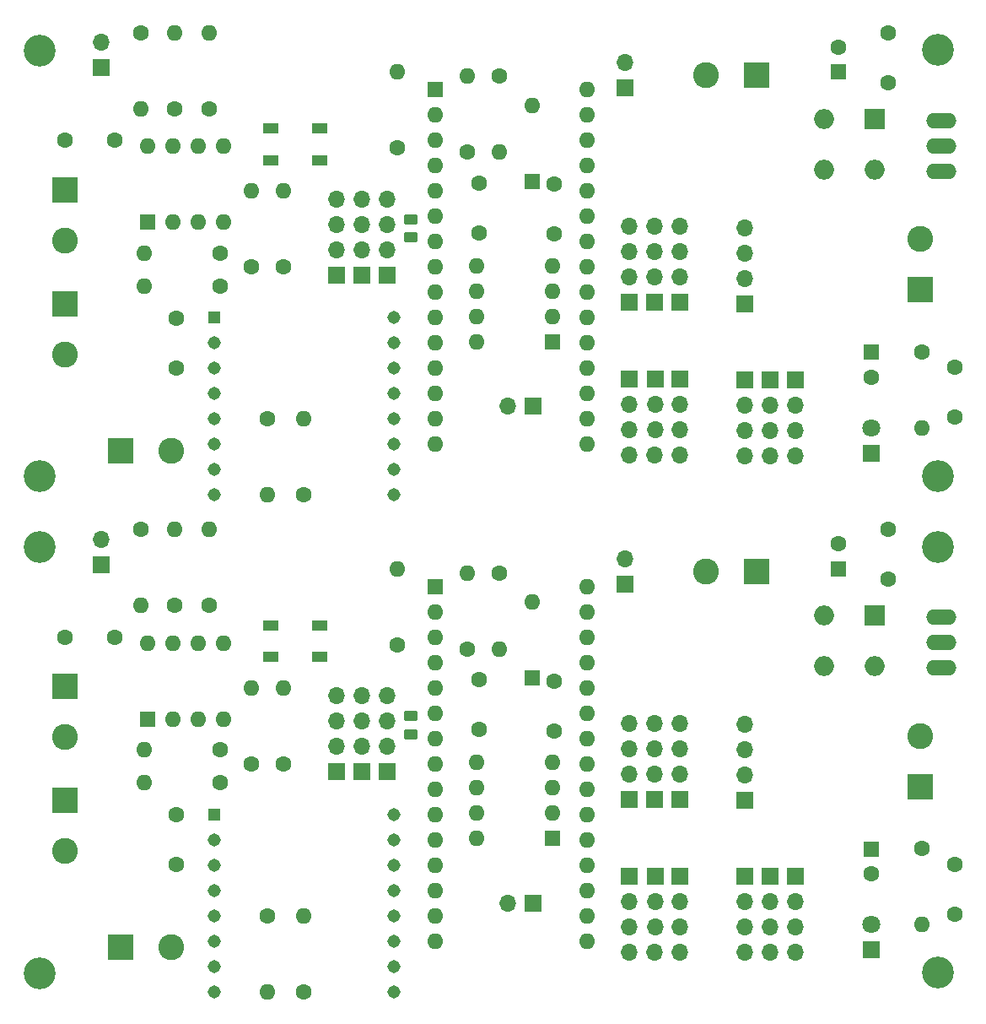
<source format=gbr>
%TF.GenerationSoftware,KiCad,Pcbnew,(6.0.11)*%
%TF.CreationDate,2023-10-15T10:12:36-04:00*%
%TF.ProjectId,MaxDuino_R1.4_Panelized,4d617844-7569-46e6-9f5f-52312e345f50,1.4*%
%TF.SameCoordinates,Original*%
%TF.FileFunction,Soldermask,Top*%
%TF.FilePolarity,Negative*%
%FSLAX46Y46*%
G04 Gerber Fmt 4.6, Leading zero omitted, Abs format (unit mm)*
G04 Created by KiCad (PCBNEW (6.0.11)) date 2023-10-15 10:12:36*
%MOMM*%
%LPD*%
G01*
G04 APERTURE LIST*
G04 Aperture macros list*
%AMRoundRect*
0 Rectangle with rounded corners*
0 $1 Rounding radius*
0 $2 $3 $4 $5 $6 $7 $8 $9 X,Y pos of 4 corners*
0 Add a 4 corners polygon primitive as box body*
4,1,4,$2,$3,$4,$5,$6,$7,$8,$9,$2,$3,0*
0 Add four circle primitives for the rounded corners*
1,1,$1+$1,$2,$3*
1,1,$1+$1,$4,$5*
1,1,$1+$1,$6,$7*
1,1,$1+$1,$8,$9*
0 Add four rect primitives between the rounded corners*
20,1,$1+$1,$2,$3,$4,$5,0*
20,1,$1+$1,$4,$5,$6,$7,0*
20,1,$1+$1,$6,$7,$8,$9,0*
20,1,$1+$1,$8,$9,$2,$3,0*%
G04 Aperture macros list end*
%ADD10R,1.600000X1.600000*%
%ADD11O,1.600000X1.600000*%
%ADD12C,1.600000*%
%ADD13R,1.700000X1.700000*%
%ADD14O,1.700000X1.700000*%
%ADD15C,3.200000*%
%ADD16R,1.800000X1.800000*%
%ADD17C,1.800000*%
%ADD18R,2.600000X2.600000*%
%ADD19C,2.600000*%
%ADD20O,3.048000X1.524000*%
%ADD21R,2.000000X2.000000*%
%ADD22O,2.000000X2.000000*%
%ADD23R,1.500000X1.000000*%
%ADD24RoundRect,0.250000X0.450000X-0.262500X0.450000X0.262500X-0.450000X0.262500X-0.450000X-0.262500X0*%
%ADD25R,1.308000X1.308000*%
%ADD26C,1.308000*%
G04 APERTURE END LIST*
D10*
%TO.C,U2*%
X69861600Y-48225800D03*
D11*
X69861600Y-45685800D03*
X69861600Y-43145800D03*
X69861600Y-40605800D03*
X62241600Y-40605800D03*
X62241600Y-43145800D03*
X62241600Y-45685800D03*
X62241600Y-48225800D03*
%TD*%
D10*
%TO.C,C1*%
X98512800Y-21149400D03*
D12*
X98512800Y-18649400D03*
%TD*%
D13*
%TO.C,J7-2*%
X80124000Y-94088200D03*
D14*
X80124000Y-91548200D03*
X80124000Y-89008200D03*
X80124000Y-86468200D03*
%TD*%
D15*
%TO.C,M3.3*%
X18350400Y-111573400D03*
%TD*%
D13*
%TO.C,J5-2*%
X91705600Y-101849800D03*
D14*
X91705600Y-104389800D03*
X91705600Y-106929800D03*
X91705600Y-109469800D03*
%TD*%
D10*
%TO.C,D2*%
X67829600Y-32122200D03*
D11*
X67829600Y-24502200D03*
%TD*%
D12*
%TO.C,C2*%
X103542000Y-72061800D03*
X103542000Y-67061800D03*
%TD*%
D13*
%TO.C,J8*%
X89114800Y-44405800D03*
D14*
X89114800Y-41865800D03*
X89114800Y-39325800D03*
X89114800Y-36785800D03*
%TD*%
D12*
%TO.C,R7*%
X28510400Y-67047200D03*
D11*
X28510400Y-74667200D03*
%TD*%
D16*
%TO.C,D3*%
X101865600Y-59401800D03*
D17*
X101865600Y-56861800D03*
%TD*%
D18*
%TO.C,J6*%
X20890400Y-82795200D03*
D19*
X20890400Y-87875200D03*
%TD*%
D15*
%TO.C,M3.4*%
X18350400Y-68850600D03*
%TD*%
D18*
%TO.C,J4*%
X26478400Y-108957200D03*
D19*
X31558400Y-108957200D03*
%TD*%
D12*
%TO.C,R13*%
X42836000Y-90542200D03*
D11*
X42836000Y-82922200D03*
%TD*%
D13*
%TO.C,J6-3*%
X82614400Y-51995000D03*
D14*
X82614400Y-54535000D03*
X82614400Y-57075000D03*
X82614400Y-59615000D03*
%TD*%
D10*
%TO.C,C4*%
X101865600Y-99113421D03*
D12*
X101865600Y-101613421D03*
%TD*%
%TO.C,R3*%
X39635600Y-90542200D03*
D11*
X39635600Y-82922200D03*
%TD*%
D13*
%TO.C,J8*%
X89114800Y-94240600D03*
D14*
X89114800Y-91700600D03*
X89114800Y-89160600D03*
X89114800Y-86620600D03*
%TD*%
D13*
%TO.C,JR1*%
X24548000Y-20748000D03*
D14*
X24548000Y-18208000D03*
%TD*%
D10*
%TO.C,A1*%
X58101400Y-72762200D03*
D11*
X58101400Y-75302200D03*
X58101400Y-77842200D03*
X58101400Y-80382200D03*
X58101400Y-82922200D03*
X58101400Y-85462200D03*
X58101400Y-88002200D03*
X58101400Y-90542200D03*
X58101400Y-93082200D03*
X58101400Y-95622200D03*
X58101400Y-98162200D03*
X58101400Y-100702200D03*
X58101400Y-103242200D03*
X58101400Y-105782200D03*
X58101400Y-108322200D03*
X73341400Y-108322200D03*
X73341400Y-105782200D03*
X73341400Y-103242200D03*
X73341400Y-100702200D03*
X73341400Y-98162200D03*
X73341400Y-95622200D03*
X73341400Y-93082200D03*
X73341400Y-90542200D03*
X73341400Y-88002200D03*
X73341400Y-85462200D03*
X73341400Y-82922200D03*
X73341400Y-80382200D03*
X73341400Y-77842200D03*
X73341400Y-75302200D03*
X73341400Y-72762200D03*
%TD*%
D13*
%TO.C,J2*%
X67931200Y-54677400D03*
D14*
X65391200Y-54677400D03*
%TD*%
D13*
%TO.C,J5-1*%
X89149200Y-52015000D03*
D14*
X89149200Y-54555000D03*
X89149200Y-57095000D03*
X89149200Y-59635000D03*
%TD*%
D12*
%TO.C,C6*%
X32066400Y-95662200D03*
X32066400Y-100662200D03*
%TD*%
%TO.C,C8*%
X62495600Y-37303800D03*
X62495600Y-32303800D03*
%TD*%
%TO.C,C8*%
X62495600Y-87138600D03*
X62495600Y-82138600D03*
%TD*%
%TO.C,C3*%
X110247600Y-50805800D03*
X110247600Y-55805800D03*
%TD*%
D13*
%TO.C,J6-2*%
X80174400Y-101829800D03*
D14*
X80174400Y-104369800D03*
X80174400Y-106909800D03*
X80072400Y-109439800D03*
%TD*%
D12*
%TO.C,R7*%
X28510400Y-17212400D03*
D11*
X28510400Y-24832400D03*
%TD*%
D20*
%TO.C,U1*%
X108916100Y-75861890D03*
X108916100Y-78401890D03*
X108916100Y-80941890D03*
%TD*%
D13*
%TO.C,J7-1*%
X77583200Y-44253400D03*
D14*
X77583200Y-41713400D03*
X77583200Y-39173400D03*
X77583200Y-36633400D03*
%TD*%
D12*
%TO.C,R6*%
X41210400Y-55947400D03*
D11*
X41210400Y-63567400D03*
%TD*%
D12*
%TO.C,R10*%
X54291400Y-28769400D03*
D11*
X54291400Y-21149400D03*
%TD*%
D18*
%TO.C,J1*%
X90334000Y-71289000D03*
D19*
X85254000Y-71289000D03*
%TD*%
D12*
%TO.C,R4*%
X61327200Y-29226600D03*
D11*
X61327200Y-21606600D03*
%TD*%
D21*
%TO.C,D1*%
X102170400Y-75708600D03*
D22*
X97090400Y-75708600D03*
X97090400Y-80788600D03*
X102170400Y-80788600D03*
%TD*%
D10*
%TO.C,U3*%
X29180800Y-36227000D03*
D11*
X31720800Y-36227000D03*
X34260800Y-36227000D03*
X36800800Y-36227000D03*
X36800800Y-28607000D03*
X34260800Y-28607000D03*
X31720800Y-28607000D03*
X29180800Y-28607000D03*
%TD*%
D12*
%TO.C,R9*%
X35368400Y-74667200D03*
D11*
X35368400Y-67047200D03*
%TD*%
D18*
%TO.C,J5*%
X20890400Y-44390400D03*
D19*
X20890400Y-49470400D03*
%TD*%
D21*
%TO.C,D1*%
X102170400Y-25873800D03*
D22*
X97090400Y-25873800D03*
X97090400Y-30953800D03*
X102170400Y-30953800D03*
%TD*%
D12*
%TO.C,R2*%
X64476800Y-21606600D03*
D11*
X64476800Y-29226600D03*
%TD*%
D13*
%TO.C,J6-1*%
X77583200Y-51995000D03*
D14*
X77583200Y-54535000D03*
X77583200Y-57075000D03*
X77583200Y-59615000D03*
%TD*%
D23*
%TO.C,D4*%
X41605200Y-26813800D03*
X41605200Y-30013800D03*
X46505200Y-30013800D03*
X46505200Y-26813800D03*
%TD*%
D18*
%TO.C,J1*%
X90334000Y-21454200D03*
D19*
X85254000Y-21454200D03*
%TD*%
D18*
%TO.C,J6*%
X20890400Y-32960400D03*
D19*
X20890400Y-38040400D03*
%TD*%
D13*
%TO.C,J4-2*%
X50710800Y-91355000D03*
D14*
X50710800Y-88815000D03*
X50710800Y-86275000D03*
X50710800Y-83735000D03*
%TD*%
D12*
%TO.C,R10*%
X54291400Y-78604200D03*
D11*
X54291400Y-70984200D03*
%TD*%
D15*
%TO.C,M3.1*%
X108571200Y-68799800D03*
%TD*%
D12*
%TO.C,R4*%
X61327200Y-79061400D03*
D11*
X61327200Y-71441400D03*
%TD*%
D13*
%TO.C,J7-1*%
X77583200Y-94088200D03*
D14*
X77583200Y-91548200D03*
X77583200Y-89008200D03*
X77583200Y-86468200D03*
%TD*%
D13*
%TO.C,J6-1*%
X77583200Y-101829800D03*
D14*
X77583200Y-104369800D03*
X77583200Y-106909800D03*
X77583200Y-109449800D03*
%TD*%
D15*
%TO.C,M3.2*%
X108520400Y-111522600D03*
%TD*%
D12*
%TO.C,R5*%
X44893400Y-63567400D03*
D11*
X44893400Y-55947400D03*
%TD*%
D12*
%TO.C,R2*%
X64476800Y-71441400D03*
D11*
X64476800Y-79061400D03*
%TD*%
D10*
%TO.C,A1*%
X58101400Y-22927400D03*
D11*
X58101400Y-25467400D03*
X58101400Y-28007400D03*
X58101400Y-30547400D03*
X58101400Y-33087400D03*
X58101400Y-35627400D03*
X58101400Y-38167400D03*
X58101400Y-40707400D03*
X58101400Y-43247400D03*
X58101400Y-45787400D03*
X58101400Y-48327400D03*
X58101400Y-50867400D03*
X58101400Y-53407400D03*
X58101400Y-55947400D03*
X58101400Y-58487400D03*
X73341400Y-58487400D03*
X73341400Y-55947400D03*
X73341400Y-53407400D03*
X73341400Y-50867400D03*
X73341400Y-48327400D03*
X73341400Y-45787400D03*
X73341400Y-43247400D03*
X73341400Y-40707400D03*
X73341400Y-38167400D03*
X73341400Y-35627400D03*
X73341400Y-33087400D03*
X73341400Y-30547400D03*
X73341400Y-28007400D03*
X73341400Y-25467400D03*
X73341400Y-22927400D03*
%TD*%
D13*
%TO.C,J2*%
X67931200Y-104512200D03*
D14*
X65391200Y-104512200D03*
%TD*%
D23*
%TO.C,D4*%
X41605200Y-76648600D03*
X41605200Y-79848600D03*
X46505200Y-79848600D03*
X46505200Y-76648600D03*
%TD*%
D12*
%TO.C,R8*%
X31939400Y-24832400D03*
D11*
X31939400Y-17212400D03*
%TD*%
D12*
%TO.C,R13*%
X42836000Y-40707400D03*
D11*
X42836000Y-33087400D03*
%TD*%
D12*
%TO.C,R3*%
X39635600Y-40707400D03*
D11*
X39635600Y-33087400D03*
%TD*%
D12*
%TO.C,R12*%
X36501400Y-39310400D03*
D11*
X28881400Y-39310400D03*
%TD*%
D13*
%TO.C,J3*%
X77126000Y-72559000D03*
D14*
X77126000Y-70019000D03*
%TD*%
D12*
%TO.C,R11*%
X36501400Y-42612400D03*
D11*
X28881400Y-42612400D03*
%TD*%
D10*
%TO.C,C1*%
X98512800Y-70984200D03*
D12*
X98512800Y-68484200D03*
%TD*%
D13*
%TO.C,J4-3*%
X48170000Y-41520200D03*
D14*
X48170000Y-38980200D03*
X48170000Y-36440200D03*
X48170000Y-33900200D03*
%TD*%
D15*
%TO.C,M3.2*%
X108520400Y-61687800D03*
%TD*%
D12*
%TO.C,R11*%
X36501400Y-92447200D03*
D11*
X28881400Y-92447200D03*
%TD*%
D13*
%TO.C,J3*%
X77126000Y-22724200D03*
D14*
X77126000Y-20184200D03*
%TD*%
D24*
%TO.C,R14*%
X55637600Y-87593900D03*
X55637600Y-85768900D03*
%TD*%
D12*
%TO.C,C7*%
X25930400Y-77842200D03*
X20930400Y-77842200D03*
%TD*%
D18*
%TO.C,J5*%
X20890400Y-94225200D03*
D19*
X20890400Y-99305200D03*
%TD*%
D12*
%TO.C,R9*%
X35368400Y-24832400D03*
D11*
X35368400Y-17212400D03*
%TD*%
D13*
%TO.C,J5-3*%
X94246400Y-52015000D03*
D14*
X94246400Y-54555000D03*
X94246400Y-57095000D03*
X94246400Y-59635000D03*
%TD*%
D12*
%TO.C,C5*%
X70014000Y-37416200D03*
X70014000Y-32416200D03*
%TD*%
D10*
%TO.C,C4*%
X101865600Y-49278621D03*
D12*
X101865600Y-51778621D03*
%TD*%
%TO.C,C7*%
X25930400Y-28007400D03*
X20930400Y-28007400D03*
%TD*%
D13*
%TO.C,J7-2*%
X80124000Y-44253400D03*
D14*
X80124000Y-41713400D03*
X80124000Y-39173400D03*
X80124000Y-36633400D03*
%TD*%
D24*
%TO.C,R14*%
X55637600Y-37759100D03*
X55637600Y-35934100D03*
%TD*%
D13*
%TO.C,J4-1*%
X53251600Y-91355000D03*
D14*
X53251600Y-88815000D03*
X53251600Y-86275000D03*
X53251600Y-83735000D03*
%TD*%
D18*
%TO.C,J7*%
X106793200Y-92828200D03*
D19*
X106793200Y-87748200D03*
%TD*%
D15*
%TO.C,M3.3*%
X18350400Y-61738600D03*
%TD*%
D16*
%TO.C,D3*%
X101865600Y-109236600D03*
D17*
X101865600Y-106696600D03*
%TD*%
D12*
%TO.C,R6*%
X41210400Y-105782200D03*
D11*
X41210400Y-113402200D03*
%TD*%
D13*
%TO.C,J6-2*%
X80174400Y-51995000D03*
D14*
X80174400Y-54535000D03*
X80174400Y-57075000D03*
X80072400Y-59605000D03*
%TD*%
D18*
%TO.C,J4*%
X26478400Y-59122400D03*
D19*
X31558400Y-59122400D03*
%TD*%
D12*
%TO.C,R8*%
X31939400Y-74667200D03*
D11*
X31939400Y-67047200D03*
%TD*%
D12*
%TO.C,C6*%
X32066400Y-45827400D03*
X32066400Y-50827400D03*
%TD*%
D10*
%TO.C,D2*%
X67829600Y-81957000D03*
D11*
X67829600Y-74337000D03*
%TD*%
D13*
%TO.C,J4-1*%
X53251600Y-41520200D03*
D14*
X53251600Y-38980200D03*
X53251600Y-36440200D03*
X53251600Y-33900200D03*
%TD*%
D15*
%TO.C,M3.4*%
X18350400Y-19015800D03*
%TD*%
D12*
%TO.C,C2*%
X103542000Y-22227000D03*
X103542000Y-17227000D03*
%TD*%
%TO.C,R12*%
X36501400Y-89145200D03*
D11*
X28881400Y-89145200D03*
%TD*%
D15*
%TO.C,M3.1*%
X108571200Y-18965000D03*
%TD*%
D13*
%TO.C,J7-3*%
X82663200Y-94088200D03*
D14*
X82663200Y-91548200D03*
X82663200Y-89008200D03*
X82663200Y-86468200D03*
%TD*%
D13*
%TO.C,J4-3*%
X48170000Y-91355000D03*
D14*
X48170000Y-88815000D03*
X48170000Y-86275000D03*
X48170000Y-83735000D03*
%TD*%
D13*
%TO.C,J5-3*%
X94246400Y-101849800D03*
D14*
X94246400Y-104389800D03*
X94246400Y-106929800D03*
X94246400Y-109469800D03*
%TD*%
D13*
%TO.C,J5-2*%
X91705600Y-52015000D03*
D14*
X91705600Y-54555000D03*
X91705600Y-57095000D03*
X91705600Y-59635000D03*
%TD*%
D20*
%TO.C,U1*%
X108916100Y-26027090D03*
X108916100Y-28567090D03*
X108916100Y-31107090D03*
%TD*%
D12*
%TO.C,R1*%
X106945600Y-49241800D03*
D11*
X106945600Y-56861800D03*
%TD*%
D18*
%TO.C,J7*%
X106793200Y-42993400D03*
D19*
X106793200Y-37913400D03*
%TD*%
D10*
%TO.C,U3*%
X29180800Y-86061800D03*
D11*
X31720800Y-86061800D03*
X34260800Y-86061800D03*
X36800800Y-86061800D03*
X36800800Y-78441800D03*
X34260800Y-78441800D03*
X31720800Y-78441800D03*
X29180800Y-78441800D03*
%TD*%
D25*
%TO.C,U4*%
X35904900Y-95622200D03*
D26*
X35904900Y-98162200D03*
X35904900Y-100702200D03*
X35904900Y-103242200D03*
X35904900Y-105782200D03*
X35904900Y-108322200D03*
X35904900Y-110862200D03*
X35904900Y-113402200D03*
X53938900Y-113402200D03*
X53938900Y-110862200D03*
X53938900Y-108322200D03*
X53938900Y-105782200D03*
X53938900Y-103242200D03*
X53938900Y-100702200D03*
X53938900Y-98162200D03*
X53938900Y-95622200D03*
%TD*%
D13*
%TO.C,J4-2*%
X50710800Y-41520200D03*
D14*
X50710800Y-38980200D03*
X50710800Y-36440200D03*
X50710800Y-33900200D03*
%TD*%
D12*
%TO.C,R1*%
X106945600Y-99076600D03*
D11*
X106945600Y-106696600D03*
%TD*%
D12*
%TO.C,C3*%
X110247600Y-100640600D03*
X110247600Y-105640600D03*
%TD*%
D13*
%TO.C,J5-1*%
X89149200Y-101849800D03*
D14*
X89149200Y-104389800D03*
X89149200Y-106929800D03*
X89149200Y-109469800D03*
%TD*%
D13*
%TO.C,J6-3*%
X82614400Y-101829800D03*
D14*
X82614400Y-104369800D03*
X82614400Y-106909800D03*
X82614400Y-109449800D03*
%TD*%
D10*
%TO.C,U2*%
X69861600Y-98060600D03*
D11*
X69861600Y-95520600D03*
X69861600Y-92980600D03*
X69861600Y-90440600D03*
X62241600Y-90440600D03*
X62241600Y-92980600D03*
X62241600Y-95520600D03*
X62241600Y-98060600D03*
%TD*%
D13*
%TO.C,JR1*%
X24548000Y-70582800D03*
D14*
X24548000Y-68042800D03*
%TD*%
D13*
%TO.C,J7-3*%
X82663200Y-44253400D03*
D14*
X82663200Y-41713400D03*
X82663200Y-39173400D03*
X82663200Y-36633400D03*
%TD*%
D25*
%TO.C,U4*%
X35904900Y-45787400D03*
D26*
X35904900Y-48327400D03*
X35904900Y-50867400D03*
X35904900Y-53407400D03*
X35904900Y-55947400D03*
X35904900Y-58487400D03*
X35904900Y-61027400D03*
X35904900Y-63567400D03*
X53938900Y-63567400D03*
X53938900Y-61027400D03*
X53938900Y-58487400D03*
X53938900Y-55947400D03*
X53938900Y-53407400D03*
X53938900Y-50867400D03*
X53938900Y-48327400D03*
X53938900Y-45787400D03*
%TD*%
D12*
%TO.C,R5*%
X44893400Y-113402200D03*
D11*
X44893400Y-105782200D03*
%TD*%
D12*
%TO.C,C5*%
X70014000Y-87251000D03*
X70014000Y-82251000D03*
%TD*%
M02*

</source>
